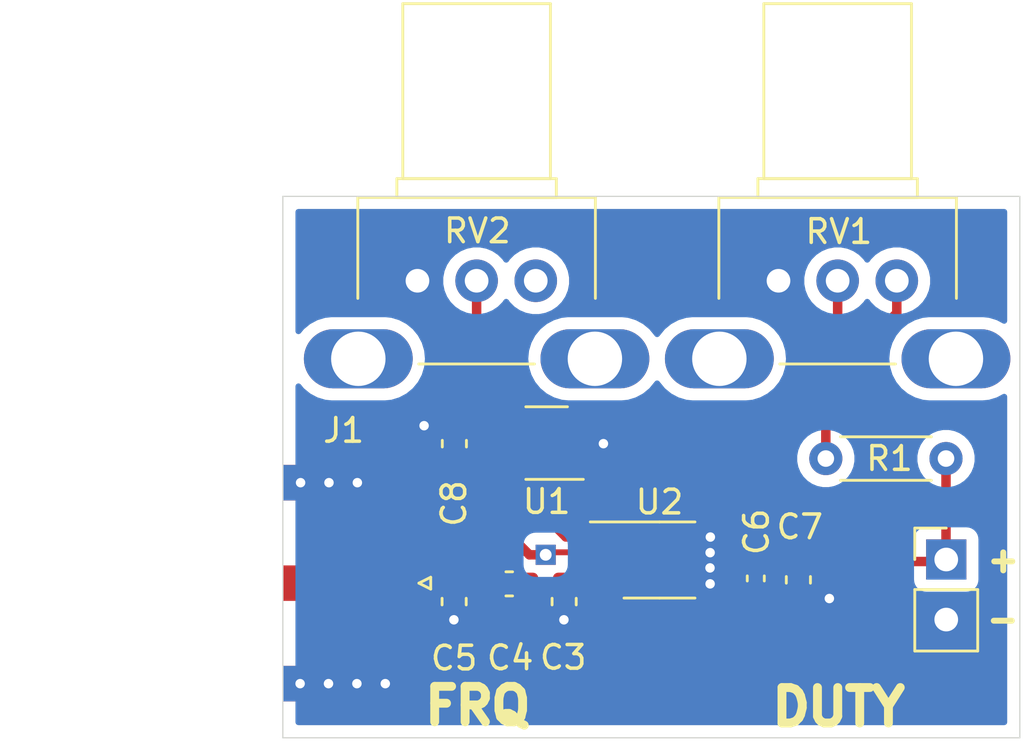
<source format=kicad_pcb>
(kicad_pcb (version 20171130) (host pcbnew 5.1.9-73d0e3b20d~88~ubuntu20.04.1)

  (general
    (thickness 1.6)
    (drawings 8)
    (tracks 81)
    (zones 0)
    (modules 14)
    (nets 9)
  )

  (page A4)
  (layers
    (0 F.Cu signal)
    (31 B.Cu signal)
    (32 B.Adhes user)
    (33 F.Adhes user)
    (34 B.Paste user)
    (35 F.Paste user)
    (36 B.SilkS user)
    (37 F.SilkS user)
    (38 B.Mask user)
    (39 F.Mask user)
    (40 Dwgs.User user)
    (41 Cmts.User user)
    (42 Eco1.User user)
    (43 Eco2.User user)
    (44 Edge.Cuts user)
    (45 Margin user)
    (46 B.CrtYd user)
    (47 F.CrtYd user)
    (48 B.Fab user)
    (49 F.Fab user hide)
  )

  (setup
    (last_trace_width 0.4)
    (user_trace_width 0.4)
    (trace_clearance 0.2)
    (zone_clearance 0.508)
    (zone_45_only no)
    (trace_min 0.2)
    (via_size 0.8)
    (via_drill 0.4)
    (via_min_size 0.4)
    (via_min_drill 0.3)
    (uvia_size 0.3)
    (uvia_drill 0.1)
    (uvias_allowed no)
    (uvia_min_size 0.2)
    (uvia_min_drill 0.1)
    (edge_width 0.05)
    (segment_width 0.2)
    (pcb_text_width 0.3)
    (pcb_text_size 1.5 1.5)
    (mod_edge_width 0.12)
    (mod_text_size 1 1)
    (mod_text_width 0.15)
    (pad_size 1.524 1.524)
    (pad_drill 0.762)
    (pad_to_mask_clearance 0)
    (aux_axis_origin 0 0)
    (visible_elements FFFFFF7F)
    (pcbplotparams
      (layerselection 0x010fc_ffffffff)
      (usegerberextensions false)
      (usegerberattributes false)
      (usegerberadvancedattributes false)
      (creategerberjobfile false)
      (excludeedgelayer true)
      (linewidth 0.100000)
      (plotframeref false)
      (viasonmask false)
      (mode 1)
      (useauxorigin false)
      (hpglpennumber 1)
      (hpglpenspeed 20)
      (hpglpendiameter 15.000000)
      (psnegative false)
      (psa4output false)
      (plotreference true)
      (plotvalue true)
      (plotinvisibletext false)
      (padsonsilk false)
      (subtractmaskfromsilk false)
      (outputformat 1)
      (mirror false)
      (drillshape 0)
      (scaleselection 1)
      (outputdirectory "Gerber/"))
  )

  (net 0 "")
  (net 1 GND)
  (net 2 /RF1)
  (net 3 /RF1_)
  (net 4 VDD)
  (net 5 CTRL)
  (net 6 "Net-(R1-Pad1)")
  (net 7 "Net-(RV1-Pad2)")
  (net 8 "Net-(RV2-Pad2)")

  (net_class Default "This is the default net class."
    (clearance 0.2)
    (trace_width 0.25)
    (via_dia 0.8)
    (via_drill 0.4)
    (uvia_dia 0.3)
    (uvia_drill 0.1)
    (add_net /RF1)
    (add_net /RF1_)
    (add_net CTRL)
    (add_net GND)
    (add_net "Net-(R1-Pad1)")
    (add_net "Net-(RV1-Pad2)")
    (add_net "Net-(RV2-Pad2)")
    (add_net VDD)
  )

  (module Potentiometer_THT:Potentiometer_Alps_RK09K_Single_Horizontal (layer F.Cu) (tedit 61E4861D) (tstamp 61E49E4D)
    (at 100.97 71.94 90)
    (descr "Potentiometer, horizontal, Alps RK09K Single, http://www.alps.com/prod/info/E/HTML/Potentiometer/RotaryPotentiometers/RK09K/RK09K_list.html")
    (tags "Potentiometer horizontal Alps RK09K Single")
    (path /61E610EE)
    (fp_text reference RV1 (at 2.08 -2.45 180) (layer F.SilkS)
      (effects (font (size 1 1) (thickness 0.15)))
    )
    (fp_text value 100K (at 0 6.05 90) (layer F.Fab)
      (effects (font (size 1 1) (thickness 0.15)))
    )
    (fp_line (start 11.85 -10.05) (end -5.85 -10.05) (layer F.CrtYd) (width 0.05))
    (fp_line (start 11.85 5.1) (end 11.85 -10.05) (layer F.CrtYd) (width 0.05))
    (fp_line (start -5.85 5.1) (end 11.85 5.1) (layer F.CrtYd) (width 0.05))
    (fp_line (start -5.85 -10.05) (end -5.85 5.1) (layer F.CrtYd) (width 0.05))
    (fp_line (start 11.72 -5.62) (end 11.72 0.62) (layer F.SilkS) (width 0.12))
    (fp_line (start 4.32 -5.62) (end 4.32 0.62) (layer F.SilkS) (width 0.12))
    (fp_line (start 4.32 0.62) (end 11.72 0.62) (layer F.SilkS) (width 0.12))
    (fp_line (start 4.32 -5.62) (end 11.72 -5.62) (layer F.SilkS) (width 0.12))
    (fp_line (start 4.32 -5.87) (end 4.32 0.87) (layer F.SilkS) (width 0.12))
    (fp_line (start 3.52 -5.87) (end 3.52 0.87) (layer F.SilkS) (width 0.12))
    (fp_line (start 3.52 0.87) (end 4.32 0.87) (layer F.SilkS) (width 0.12))
    (fp_line (start 3.52 -5.87) (end 4.32 -5.87) (layer F.SilkS) (width 0.12))
    (fp_line (start 3.52 -7.521) (end 3.52 2.52) (layer F.SilkS) (width 0.12))
    (fp_line (start -3.52 -4.944) (end -3.52 -0.055) (layer F.SilkS) (width 0.12))
    (fp_line (start -0.745 2.52) (end 3.52 2.52) (layer F.SilkS) (width 0.12))
    (fp_line (start -0.745 -7.521) (end 3.52 -7.521) (layer F.SilkS) (width 0.12))
    (fp_line (start 11.6 -5.5) (end 4.2 -5.5) (layer F.Fab) (width 0.1))
    (fp_line (start 11.6 0.5) (end 11.6 -5.5) (layer F.Fab) (width 0.1))
    (fp_line (start 4.2 0.5) (end 11.6 0.5) (layer F.Fab) (width 0.1))
    (fp_line (start 4.2 -5.5) (end 4.2 0.5) (layer F.Fab) (width 0.1))
    (fp_line (start 4.2 -5.75) (end 3.4 -5.75) (layer F.Fab) (width 0.1))
    (fp_line (start 4.2 0.75) (end 4.2 -5.75) (layer F.Fab) (width 0.1))
    (fp_line (start 3.4 0.75) (end 4.2 0.75) (layer F.Fab) (width 0.1))
    (fp_line (start 3.4 -5.75) (end 3.4 0.75) (layer F.Fab) (width 0.1))
    (fp_line (start 3.4 -7.4) (end -3.4 -7.4) (layer F.Fab) (width 0.1))
    (fp_line (start 3.4 2.4) (end 3.4 -7.4) (layer F.Fab) (width 0.1))
    (fp_line (start -3.4 2.4) (end 3.4 2.4) (layer F.Fab) (width 0.1))
    (fp_line (start -3.4 -7.4) (end -3.4 2.4) (layer F.Fab) (width 0.1))
    (fp_text user %R (at 0 -2.5 90) (layer F.Fab)
      (effects (font (size 1 1) (thickness 0.15)))
    )
    (pad 3 thru_hole circle (at 0 -5 90) (size 1.8 1.8) (drill 1) (layers *.Cu *.Mask)
      (net 1 GND))
    (pad 2 thru_hole circle (at 0 -2.5 90) (size 1.8 1.8) (drill 1) (layers *.Cu *.Mask)
      (net 7 "Net-(RV1-Pad2)"))
    (pad 1 thru_hole circle (at 0 0 90) (size 1.8 1.8) (drill 1) (layers *.Cu *.Mask)
      (net 6 "Net-(R1-Pad1)"))
    (pad "" thru_hole oval (at -3.3 -7.5 90) (size 2.5 4.6) (drill 2.3) (layers *.Cu *.Mask))
    (pad "" thru_hole oval (at -3.3 2.5 90) (size 2.5 4.6) (drill 2.3) (layers *.Cu *.Mask))
    (model ${KISYS3DMOD}/Potentiometer_THT.3dshapes/Potentiometer_Alps_RK09K_Single_Horizontal.wrl
      (at (xyz 0 0 0))
      (scale (xyz 1 1 1))
      (rotate (xyz 0 0 0))
    )
  )

  (module Potentiometer_THT:Potentiometer_Alps_RK09K_Single_Horizontal (layer F.Cu) (tedit 61E48600) (tstamp 61E48A80)
    (at 85.71 71.94 90)
    (descr "Potentiometer, horizontal, Alps RK09K Single, http://www.alps.com/prod/info/E/HTML/Potentiometer/RotaryPotentiometers/RK09K/RK09K_list.html")
    (tags "Potentiometer horizontal Alps RK09K Single")
    (path /61E50F8E)
    (fp_text reference RV2 (at 2.11 -2.47 180) (layer F.SilkS)
      (effects (font (size 1 1) (thickness 0.15)))
    )
    (fp_text value 100K (at 0 6.05 90) (layer F.Fab)
      (effects (font (size 1 1) (thickness 0.15)))
    )
    (fp_text user %R (at 0 -2.5 90) (layer F.Fab)
      (effects (font (size 1 1) (thickness 0.15)))
    )
    (fp_line (start -3.4 -7.4) (end -3.4 2.4) (layer F.Fab) (width 0.1))
    (fp_line (start -3.4 2.4) (end 3.4 2.4) (layer F.Fab) (width 0.1))
    (fp_line (start 3.4 2.4) (end 3.4 -7.4) (layer F.Fab) (width 0.1))
    (fp_line (start 3.4 -7.4) (end -3.4 -7.4) (layer F.Fab) (width 0.1))
    (fp_line (start 3.4 -5.75) (end 3.4 0.75) (layer F.Fab) (width 0.1))
    (fp_line (start 3.4 0.75) (end 4.2 0.75) (layer F.Fab) (width 0.1))
    (fp_line (start 4.2 0.75) (end 4.2 -5.75) (layer F.Fab) (width 0.1))
    (fp_line (start 4.2 -5.75) (end 3.4 -5.75) (layer F.Fab) (width 0.1))
    (fp_line (start 4.2 -5.5) (end 4.2 0.5) (layer F.Fab) (width 0.1))
    (fp_line (start 4.2 0.5) (end 11.6 0.5) (layer F.Fab) (width 0.1))
    (fp_line (start 11.6 0.5) (end 11.6 -5.5) (layer F.Fab) (width 0.1))
    (fp_line (start 11.6 -5.5) (end 4.2 -5.5) (layer F.Fab) (width 0.1))
    (fp_line (start -0.745 -7.521) (end 3.52 -7.521) (layer F.SilkS) (width 0.12))
    (fp_line (start -0.745 2.52) (end 3.52 2.52) (layer F.SilkS) (width 0.12))
    (fp_line (start -3.52 -4.944) (end -3.52 -0.055) (layer F.SilkS) (width 0.12))
    (fp_line (start 3.52 -7.521) (end 3.52 2.52) (layer F.SilkS) (width 0.12))
    (fp_line (start 3.52 -5.87) (end 4.32 -5.87) (layer F.SilkS) (width 0.12))
    (fp_line (start 3.52 0.87) (end 4.32 0.87) (layer F.SilkS) (width 0.12))
    (fp_line (start 3.52 -5.87) (end 3.52 0.87) (layer F.SilkS) (width 0.12))
    (fp_line (start 4.32 -5.87) (end 4.32 0.87) (layer F.SilkS) (width 0.12))
    (fp_line (start 4.32 -5.62) (end 11.72 -5.62) (layer F.SilkS) (width 0.12))
    (fp_line (start 4.32 0.62) (end 11.72 0.62) (layer F.SilkS) (width 0.12))
    (fp_line (start 4.32 -5.62) (end 4.32 0.62) (layer F.SilkS) (width 0.12))
    (fp_line (start 11.72 -5.62) (end 11.72 0.62) (layer F.SilkS) (width 0.12))
    (fp_line (start -5.85 -10.05) (end -5.85 5.1) (layer F.CrtYd) (width 0.05))
    (fp_line (start -5.85 5.1) (end 11.85 5.1) (layer F.CrtYd) (width 0.05))
    (fp_line (start 11.85 5.1) (end 11.85 -10.05) (layer F.CrtYd) (width 0.05))
    (fp_line (start 11.85 -10.05) (end -5.85 -10.05) (layer F.CrtYd) (width 0.05))
    (pad "" thru_hole oval (at -3.3 2.5 90) (size 2.5 4.6) (drill 2.3) (layers *.Cu *.Mask))
    (pad "" thru_hole oval (at -3.3 -7.5 90) (size 2.5 4.6) (drill 2.3) (layers *.Cu *.Mask))
    (pad 1 thru_hole circle (at 0 0 90) (size 1.8 1.8) (drill 1) (layers *.Cu *.Mask))
    (pad 2 thru_hole circle (at 0 -2.5 90) (size 1.8 1.8) (drill 1) (layers *.Cu *.Mask)
      (net 8 "Net-(RV2-Pad2)"))
    (pad 3 thru_hole circle (at 0 -5 90) (size 1.8 1.8) (drill 1) (layers *.Cu *.Mask)
      (net 1 GND))
    (model ${KISYS3DMOD}/Potentiometer_THT.3dshapes/Potentiometer_Alps_RK09K_Single_Horizontal.wrl
      (at (xyz 0 0 0))
      (scale (xyz 1 1 1))
      (rotate (xyz 0 0 0))
    )
  )

  (module Connector_PinHeader_1.00mm:PinHeader_1x01_P1.00mm_Vertical (layer F.Cu) (tedit 6137B865) (tstamp 61381504)
    (at 86.13 83.53)
    (descr "Through hole straight pin header, 1x01, 1.00mm pitch, single row")
    (tags "Through hole pin header THT 1x01 1.00mm single row")
    (path /613846D3)
    (fp_text reference J2 (at 0 -1.56) (layer F.SilkS) hide
      (effects (font (size 1 1) (thickness 0.15)))
    )
    (fp_text value Conn_01x01_Female (at 0 1.56) (layer F.Fab) hide
      (effects (font (size 1 1) (thickness 0.15)))
    )
    (pad 1 thru_hole rect (at 0 0) (size 0.85 0.85) (drill 0.5) (layers *.Cu *.Mask)
      (net 5 CTRL))
    (model ${KISYS3DMOD}/Connector_PinHeader_1.00mm.3dshapes/PinHeader_1x01_P1.00mm_Vertical.wrl
      (at (xyz 0 0 0))
      (scale (xyz 1 1 1))
      (rotate (xyz 0 0 0))
    )
  )

  (module Package_SO:MSOP-8_3x3mm_P0.65mm (layer F.Cu) (tedit 5E509FDD) (tstamp 6136D593)
    (at 90.94 83.75)
    (descr "MSOP, 8 Pin (https://www.jedec.org/system/files/docs/mo-187F.pdf variant AA), generated with kicad-footprint-generator ipc_gullwing_generator.py")
    (tags "MSOP SO")
    (path /611E30C8)
    (attr smd)
    (fp_text reference U2 (at 0 -2.45) (layer F.SilkS)
      (effects (font (size 1 1) (thickness 0.15)))
    )
    (fp_text value ADG902BRMZ (at 0 2.45) (layer F.Fab)
      (effects (font (size 1 1) (thickness 0.15)))
    )
    (fp_line (start 0 1.61) (end 1.5 1.61) (layer F.SilkS) (width 0.12))
    (fp_line (start 0 1.61) (end -1.5 1.61) (layer F.SilkS) (width 0.12))
    (fp_line (start 0 -1.61) (end 1.5 -1.61) (layer F.SilkS) (width 0.12))
    (fp_line (start 0 -1.61) (end -2.925 -1.61) (layer F.SilkS) (width 0.12))
    (fp_line (start -0.75 -1.5) (end 1.5 -1.5) (layer F.Fab) (width 0.1))
    (fp_line (start 1.5 -1.5) (end 1.5 1.5) (layer F.Fab) (width 0.1))
    (fp_line (start 1.5 1.5) (end -1.5 1.5) (layer F.Fab) (width 0.1))
    (fp_line (start -1.5 1.5) (end -1.5 -0.75) (layer F.Fab) (width 0.1))
    (fp_line (start -1.5 -0.75) (end -0.75 -1.5) (layer F.Fab) (width 0.1))
    (fp_line (start -3.18 -1.75) (end -3.18 1.75) (layer F.CrtYd) (width 0.05))
    (fp_line (start -3.18 1.75) (end 3.18 1.75) (layer F.CrtYd) (width 0.05))
    (fp_line (start 3.18 1.75) (end 3.18 -1.75) (layer F.CrtYd) (width 0.05))
    (fp_line (start 3.18 -1.75) (end -3.18 -1.75) (layer F.CrtYd) (width 0.05))
    (fp_text user %R (at 0 0) (layer F.Fab)
      (effects (font (size 0.75 0.75) (thickness 0.11)))
    )
    (pad 1 smd roundrect (at -2.1125 -0.975) (size 1.625 0.4) (layers F.Cu F.Paste F.Mask) (roundrect_rratio 0.25)
      (net 4 VDD))
    (pad 2 smd roundrect (at -2.1125 -0.325) (size 1.625 0.4) (layers F.Cu F.Paste F.Mask) (roundrect_rratio 0.25)
      (net 5 CTRL))
    (pad 3 smd roundrect (at -2.1125 0.325) (size 1.625 0.4) (layers F.Cu F.Paste F.Mask) (roundrect_rratio 0.25)
      (net 1 GND))
    (pad 4 smd roundrect (at -2.1125 0.975) (size 1.625 0.4) (layers F.Cu F.Paste F.Mask) (roundrect_rratio 0.25)
      (net 2 /RF1))
    (pad 5 smd roundrect (at 2.1125 0.975) (size 1.625 0.4) (layers F.Cu F.Paste F.Mask) (roundrect_rratio 0.25)
      (net 1 GND))
    (pad 6 smd roundrect (at 2.1125 0.325) (size 1.625 0.4) (layers F.Cu F.Paste F.Mask) (roundrect_rratio 0.25)
      (net 1 GND))
    (pad 7 smd roundrect (at 2.1125 -0.325) (size 1.625 0.4) (layers F.Cu F.Paste F.Mask) (roundrect_rratio 0.25)
      (net 1 GND))
    (pad 8 smd roundrect (at 2.1125 -0.975) (size 1.625 0.4) (layers F.Cu F.Paste F.Mask) (roundrect_rratio 0.25)
      (net 1 GND))
    (model ${KISYS3DMOD}/Package_SO.3dshapes/MSOP-8_3x3mm_P0.65mm.wrl
      (at (xyz 0 0 0))
      (scale (xyz 1 1 1))
      (rotate (xyz 0 0 0))
    )
  )

  (module Capacitor_SMD:C_0603_1608Metric (layer F.Cu) (tedit 5F68FEEE) (tstamp 6136DA02)
    (at 86.91 85.51 90)
    (descr "Capacitor SMD 0603 (1608 Metric), square (rectangular) end terminal, IPC_7351 nominal, (Body size source: IPC-SM-782 page 76, https://www.pcb-3d.com/wordpress/wp-content/uploads/ipc-sm-782a_amendment_1_and_2.pdf), generated with kicad-footprint-generator")
    (tags capacitor)
    (path /6138C8A1)
    (attr smd)
    (fp_text reference C3 (at -2.36 -0.04 180) (layer F.SilkS)
      (effects (font (size 1 1) (thickness 0.15)))
    )
    (fp_text value C (at -2.35 -0.08 180) (layer F.Fab)
      (effects (font (size 1 1) (thickness 0.15)))
    )
    (fp_line (start 1.48 0.73) (end -1.48 0.73) (layer F.CrtYd) (width 0.05))
    (fp_line (start 1.48 -0.73) (end 1.48 0.73) (layer F.CrtYd) (width 0.05))
    (fp_line (start -1.48 -0.73) (end 1.48 -0.73) (layer F.CrtYd) (width 0.05))
    (fp_line (start -1.48 0.73) (end -1.48 -0.73) (layer F.CrtYd) (width 0.05))
    (fp_line (start -0.14058 0.51) (end 0.14058 0.51) (layer F.SilkS) (width 0.12))
    (fp_line (start -0.14058 -0.51) (end 0.14058 -0.51) (layer F.SilkS) (width 0.12))
    (fp_line (start 0.8 0.4) (end -0.8 0.4) (layer F.Fab) (width 0.1))
    (fp_line (start 0.8 -0.4) (end 0.8 0.4) (layer F.Fab) (width 0.1))
    (fp_line (start -0.8 -0.4) (end 0.8 -0.4) (layer F.Fab) (width 0.1))
    (fp_line (start -0.8 0.4) (end -0.8 -0.4) (layer F.Fab) (width 0.1))
    (fp_text user %R (at 0 0 90) (layer F.Fab)
      (effects (font (size 0.4 0.4) (thickness 0.06)))
    )
    (pad 2 smd roundrect (at 0.775 0 90) (size 0.9 0.95) (layers F.Cu F.Paste F.Mask) (roundrect_rratio 0.25)
      (net 2 /RF1))
    (pad 1 smd roundrect (at -0.775 0 90) (size 0.9 0.95) (layers F.Cu F.Paste F.Mask) (roundrect_rratio 0.25)
      (net 1 GND))
    (model ${KISYS3DMOD}/Capacitor_SMD.3dshapes/C_0603_1608Metric.wrl
      (at (xyz 0 0 0))
      (scale (xyz 1 1 1))
      (rotate (xyz 0 0 0))
    )
  )

  (module Capacitor_SMD:C_0603_1608Metric (layer F.Cu) (tedit 5F68FEEE) (tstamp 6136DCD4)
    (at 84.59 84.76)
    (descr "Capacitor SMD 0603 (1608 Metric), square (rectangular) end terminal, IPC_7351 nominal, (Body size source: IPC-SM-782 page 76, https://www.pcb-3d.com/wordpress/wp-content/uploads/ipc-sm-782a_amendment_1_and_2.pdf), generated with kicad-footprint-generator")
    (tags capacitor)
    (path /6138BA2C)
    (attr smd)
    (fp_text reference C4 (at 0.04 3.13) (layer F.SilkS)
      (effects (font (size 1 1) (thickness 0.15)))
    )
    (fp_text value C (at -0.01 3.15) (layer F.Fab)
      (effects (font (size 1 1) (thickness 0.15)))
    )
    (fp_line (start 1.48 0.73) (end -1.48 0.73) (layer F.CrtYd) (width 0.05))
    (fp_line (start 1.48 -0.73) (end 1.48 0.73) (layer F.CrtYd) (width 0.05))
    (fp_line (start -1.48 -0.73) (end 1.48 -0.73) (layer F.CrtYd) (width 0.05))
    (fp_line (start -1.48 0.73) (end -1.48 -0.73) (layer F.CrtYd) (width 0.05))
    (fp_line (start -0.14058 0.51) (end 0.14058 0.51) (layer F.SilkS) (width 0.12))
    (fp_line (start -0.14058 -0.51) (end 0.14058 -0.51) (layer F.SilkS) (width 0.12))
    (fp_line (start 0.8 0.4) (end -0.8 0.4) (layer F.Fab) (width 0.1))
    (fp_line (start 0.8 -0.4) (end 0.8 0.4) (layer F.Fab) (width 0.1))
    (fp_line (start -0.8 -0.4) (end 0.8 -0.4) (layer F.Fab) (width 0.1))
    (fp_line (start -0.8 0.4) (end -0.8 -0.4) (layer F.Fab) (width 0.1))
    (fp_text user %R (at 0 0) (layer F.Fab)
      (effects (font (size 0.4 0.4) (thickness 0.06)))
    )
    (pad 2 smd roundrect (at 0.775 0) (size 0.9 0.95) (layers F.Cu F.Paste F.Mask) (roundrect_rratio 0.25)
      (net 2 /RF1))
    (pad 1 smd roundrect (at -0.775 0) (size 0.9 0.95) (layers F.Cu F.Paste F.Mask) (roundrect_rratio 0.25)
      (net 3 /RF1_))
    (model ${KISYS3DMOD}/Capacitor_SMD.3dshapes/C_0603_1608Metric.wrl
      (at (xyz 0 0 0))
      (scale (xyz 1 1 1))
      (rotate (xyz 0 0 0))
    )
  )

  (module Capacitor_SMD:C_0603_1608Metric (layer F.Cu) (tedit 5F68FEEE) (tstamp 6136D4AC)
    (at 82.26 85.51 90)
    (descr "Capacitor SMD 0603 (1608 Metric), square (rectangular) end terminal, IPC_7351 nominal, (Body size source: IPC-SM-782 page 76, https://www.pcb-3d.com/wordpress/wp-content/uploads/ipc-sm-782a_amendment_1_and_2.pdf), generated with kicad-footprint-generator")
    (tags capacitor)
    (path /6138C310)
    (attr smd)
    (fp_text reference C5 (at -2.39 0 180) (layer F.SilkS)
      (effects (font (size 1 1) (thickness 0.15)))
    )
    (fp_text value C (at -2.37 0 180) (layer F.Fab)
      (effects (font (size 1 1) (thickness 0.15)))
    )
    (fp_line (start -0.8 0.4) (end -0.8 -0.4) (layer F.Fab) (width 0.1))
    (fp_line (start -0.8 -0.4) (end 0.8 -0.4) (layer F.Fab) (width 0.1))
    (fp_line (start 0.8 -0.4) (end 0.8 0.4) (layer F.Fab) (width 0.1))
    (fp_line (start 0.8 0.4) (end -0.8 0.4) (layer F.Fab) (width 0.1))
    (fp_line (start -0.14058 -0.51) (end 0.14058 -0.51) (layer F.SilkS) (width 0.12))
    (fp_line (start -0.14058 0.51) (end 0.14058 0.51) (layer F.SilkS) (width 0.12))
    (fp_line (start -1.48 0.73) (end -1.48 -0.73) (layer F.CrtYd) (width 0.05))
    (fp_line (start -1.48 -0.73) (end 1.48 -0.73) (layer F.CrtYd) (width 0.05))
    (fp_line (start 1.48 -0.73) (end 1.48 0.73) (layer F.CrtYd) (width 0.05))
    (fp_line (start 1.48 0.73) (end -1.48 0.73) (layer F.CrtYd) (width 0.05))
    (fp_text user %R (at 0 0 90) (layer F.Fab)
      (effects (font (size 0.4 0.4) (thickness 0.06)))
    )
    (pad 1 smd roundrect (at -0.775 0 90) (size 0.9 0.95) (layers F.Cu F.Paste F.Mask) (roundrect_rratio 0.25)
      (net 1 GND))
    (pad 2 smd roundrect (at 0.775 0 90) (size 0.9 0.95) (layers F.Cu F.Paste F.Mask) (roundrect_rratio 0.25)
      (net 3 /RF1_))
    (model ${KISYS3DMOD}/Capacitor_SMD.3dshapes/C_0603_1608Metric.wrl
      (at (xyz 0 0 0))
      (scale (xyz 1 1 1))
      (rotate (xyz 0 0 0))
    )
  )

  (module Connector_Coaxial:SMA_Amphenol_132289_EdgeMount (layer F.Cu) (tedit 5A1C1810) (tstamp 6136D4CF)
    (at 77.56 84.73 180)
    (descr http://www.amphenolrf.com/132289.html)
    (tags SMA)
    (path /61211876)
    (attr smd)
    (fp_text reference J1 (at -0.03 6.46 180) (layer F.SilkS)
      (effects (font (size 1 1) (thickness 0.15)))
    )
    (fp_text value Conn_Coaxial (at 5 6) (layer F.Fab)
      (effects (font (size 1 1) (thickness 0.15)))
    )
    (fp_line (start -3.71 0.25) (end -3.21 0) (layer F.SilkS) (width 0.12))
    (fp_line (start -3.71 -0.25) (end -3.71 0.25) (layer F.SilkS) (width 0.12))
    (fp_line (start -3.21 0) (end -3.71 -0.25) (layer F.SilkS) (width 0.12))
    (fp_line (start 3.54 0) (end 2.54 0.75) (layer F.Fab) (width 0.1))
    (fp_line (start 2.54 -0.75) (end 3.54 0) (layer F.Fab) (width 0.1))
    (fp_line (start 14.47 -5.58) (end -3.04 -5.58) (layer F.CrtYd) (width 0.05))
    (fp_line (start 14.47 -5.58) (end 14.47 5.58) (layer F.CrtYd) (width 0.05))
    (fp_line (start 14.47 5.58) (end -3.04 5.58) (layer F.CrtYd) (width 0.05))
    (fp_line (start -3.04 5.58) (end -3.04 -5.58) (layer F.CrtYd) (width 0.05))
    (fp_line (start 14.47 -5.58) (end -3.04 -5.58) (layer B.CrtYd) (width 0.05))
    (fp_line (start 14.47 -5.58) (end 14.47 5.58) (layer B.CrtYd) (width 0.05))
    (fp_line (start 14.47 5.58) (end -3.04 5.58) (layer B.CrtYd) (width 0.05))
    (fp_line (start -3.04 5.58) (end -3.04 -5.58) (layer B.CrtYd) (width 0.05))
    (fp_line (start 4.445 -3.81) (end 13.97 -3.81) (layer F.Fab) (width 0.1))
    (fp_line (start 13.97 -3.81) (end 13.97 3.81) (layer F.Fab) (width 0.1))
    (fp_line (start 13.97 3.81) (end 4.445 3.81) (layer F.Fab) (width 0.1))
    (fp_line (start 4.445 5.08) (end 4.445 3.81) (layer F.Fab) (width 0.1))
    (fp_line (start 4.445 -3.81) (end 4.445 -5.08) (layer F.Fab) (width 0.1))
    (fp_line (start -1.91 -5.08) (end 4.445 -5.08) (layer F.Fab) (width 0.1))
    (fp_line (start -1.91 -5.08) (end -1.91 -3.81) (layer F.Fab) (width 0.1))
    (fp_line (start -1.91 -3.81) (end 2.54 -3.81) (layer F.Fab) (width 0.1))
    (fp_line (start 2.54 -3.81) (end 2.54 3.81) (layer F.Fab) (width 0.1))
    (fp_line (start 2.54 3.81) (end -1.91 3.81) (layer F.Fab) (width 0.1))
    (fp_line (start -1.91 3.81) (end -1.91 5.08) (layer F.Fab) (width 0.1))
    (fp_line (start -1.91 5.08) (end 4.445 5.08) (layer F.Fab) (width 0.1))
    (fp_text user %R (at 4.79 0 270) (layer F.Fab)
      (effects (font (size 1 1) (thickness 0.15)))
    )
    (pad 2 smd rect (at 0 4.25 270) (size 1.5 5.08) (layers B.Cu B.Paste B.Mask)
      (net 1 GND))
    (pad 2 smd rect (at 0 -4.25 270) (size 1.5 5.08) (layers B.Cu B.Paste B.Mask)
      (net 1 GND))
    (pad 2 smd rect (at 0 4.25 270) (size 1.5 5.08) (layers F.Cu F.Paste F.Mask)
      (net 1 GND))
    (pad 2 smd rect (at 0 -4.25 270) (size 1.5 5.08) (layers F.Cu F.Paste F.Mask)
      (net 1 GND))
    (pad 1 smd rect (at 0 0 270) (size 1.5 5.08) (layers F.Cu F.Paste F.Mask)
      (net 3 /RF1_))
    (model ${KISYS3DMOD}/Connector_Coaxial.3dshapes/MMCX_Molex_73415-0961_Horizontal.step
      (offset (xyz 4.5 0 0))
      (scale (xyz 2.2 2.2 2.2))
      (rotate (xyz 180 180 0))
    )
  )

  (module Connector_PinHeader_2.54mm:PinHeader_1x02_P2.54mm_Vertical (layer F.Cu) (tedit 59FED5CC) (tstamp 6136D4E5)
    (at 103.06 83.73)
    (descr "Through hole straight pin header, 1x02, 2.54mm pitch, single row")
    (tags "Through hole pin header THT 1x02 2.54mm single row")
    (path /61383AF4)
    (fp_text reference P1 (at 0 -2.33) (layer F.SilkS) hide
      (effects (font (size 1 1) (thickness 0.15)))
    )
    (fp_text value "INPUT POWER" (at 0 4.87) (layer F.Fab)
      (effects (font (size 1 1) (thickness 0.15)))
    )
    (fp_line (start -0.635 -1.27) (end 1.27 -1.27) (layer F.Fab) (width 0.1))
    (fp_line (start 1.27 -1.27) (end 1.27 3.81) (layer F.Fab) (width 0.1))
    (fp_line (start 1.27 3.81) (end -1.27 3.81) (layer F.Fab) (width 0.1))
    (fp_line (start -1.27 3.81) (end -1.27 -0.635) (layer F.Fab) (width 0.1))
    (fp_line (start -1.27 -0.635) (end -0.635 -1.27) (layer F.Fab) (width 0.1))
    (fp_line (start -1.33 3.87) (end 1.33 3.87) (layer F.SilkS) (width 0.12))
    (fp_line (start -1.33 1.27) (end -1.33 3.87) (layer F.SilkS) (width 0.12))
    (fp_line (start 1.33 1.27) (end 1.33 3.87) (layer F.SilkS) (width 0.12))
    (fp_line (start -1.33 1.27) (end 1.33 1.27) (layer F.SilkS) (width 0.12))
    (fp_line (start -1.33 0) (end -1.33 -1.33) (layer F.SilkS) (width 0.12))
    (fp_line (start -1.33 -1.33) (end 0 -1.33) (layer F.SilkS) (width 0.12))
    (fp_line (start -1.8 -1.8) (end -1.8 4.35) (layer F.CrtYd) (width 0.05))
    (fp_line (start -1.8 4.35) (end 1.8 4.35) (layer F.CrtYd) (width 0.05))
    (fp_line (start 1.8 4.35) (end 1.8 -1.8) (layer F.CrtYd) (width 0.05))
    (fp_line (start 1.8 -1.8) (end -1.8 -1.8) (layer F.CrtYd) (width 0.05))
    (fp_text user %R (at 0 1.27 90) (layer F.Fab)
      (effects (font (size 1 1) (thickness 0.15)))
    )
    (pad 1 thru_hole rect (at 0 0) (size 1.7 1.7) (drill 1) (layers *.Cu *.Mask)
      (net 4 VDD))
    (pad 2 thru_hole oval (at 0 2.54) (size 1.7 1.7) (drill 1) (layers *.Cu *.Mask)
      (net 1 GND))
    (model ${KISYS3DMOD}/Connector_PinHeader_2.54mm.3dshapes/PinHeader_1x02_P2.54mm_Vertical.wrl
      (at (xyz 0 0 0))
      (scale (xyz 1 1 1))
      (rotate (xyz 0 0 0))
    )
  )

  (module Capacitor_SMD:C_0402_1005Metric (layer F.Cu) (tedit 5F68FEEE) (tstamp 6136E10B)
    (at 95.01 84.53 270)
    (descr "Capacitor SMD 0402 (1005 Metric), square (rectangular) end terminal, IPC_7351 nominal, (Body size source: IPC-SM-782 page 76, https://www.pcb-3d.com/wordpress/wp-content/uploads/ipc-sm-782a_amendment_1_and_2.pdf), generated with kicad-footprint-generator")
    (tags capacitor)
    (path /613BD7E3)
    (attr smd)
    (fp_text reference C6 (at -1.97 -0.03 90) (layer F.SilkS)
      (effects (font (size 1 1) (thickness 0.15)))
    )
    (fp_text value 0.1uF (at -3.06 0 90) (layer F.Fab)
      (effects (font (size 1 1) (thickness 0.15)))
    )
    (fp_line (start -0.5 0.25) (end -0.5 -0.25) (layer F.Fab) (width 0.1))
    (fp_line (start -0.5 -0.25) (end 0.5 -0.25) (layer F.Fab) (width 0.1))
    (fp_line (start 0.5 -0.25) (end 0.5 0.25) (layer F.Fab) (width 0.1))
    (fp_line (start 0.5 0.25) (end -0.5 0.25) (layer F.Fab) (width 0.1))
    (fp_line (start -0.107836 -0.36) (end 0.107836 -0.36) (layer F.SilkS) (width 0.12))
    (fp_line (start -0.107836 0.36) (end 0.107836 0.36) (layer F.SilkS) (width 0.12))
    (fp_line (start -0.91 0.46) (end -0.91 -0.46) (layer F.CrtYd) (width 0.05))
    (fp_line (start -0.91 -0.46) (end 0.91 -0.46) (layer F.CrtYd) (width 0.05))
    (fp_line (start 0.91 -0.46) (end 0.91 0.46) (layer F.CrtYd) (width 0.05))
    (fp_line (start 0.91 0.46) (end -0.91 0.46) (layer F.CrtYd) (width 0.05))
    (fp_text user %R (at 0 0 90) (layer F.Fab)
      (effects (font (size 0.25 0.25) (thickness 0.04)))
    )
    (pad 1 smd roundrect (at -0.48 0 270) (size 0.56 0.62) (layers F.Cu F.Paste F.Mask) (roundrect_rratio 0.25)
      (net 4 VDD))
    (pad 2 smd roundrect (at 0.48 0 270) (size 0.56 0.62) (layers F.Cu F.Paste F.Mask) (roundrect_rratio 0.25)
      (net 1 GND))
    (model ${KISYS3DMOD}/Capacitor_SMD.3dshapes/C_0402_1005Metric.wrl
      (at (xyz 0 0 0))
      (scale (xyz 1 1 1))
      (rotate (xyz 0 0 0))
    )
  )

  (module Capacitor_SMD:C_0603_1608Metric (layer F.Cu) (tedit 5F68FEEE) (tstamp 6136E11C)
    (at 96.81 84.59 270)
    (descr "Capacitor SMD 0603 (1608 Metric), square (rectangular) end terminal, IPC_7351 nominal, (Body size source: IPC-SM-782 page 76, https://www.pcb-3d.com/wordpress/wp-content/uploads/ipc-sm-782a_amendment_1_and_2.pdf), generated with kicad-footprint-generator")
    (tags capacitor)
    (path /613B9703)
    (attr smd)
    (fp_text reference C7 (at -2.24 -0.06 180) (layer F.SilkS)
      (effects (font (size 1 1) (thickness 0.15)))
    )
    (fp_text value 1uF (at -2.9 -0.04 90) (layer F.Fab)
      (effects (font (size 1 1) (thickness 0.15)))
    )
    (fp_line (start -0.8 0.4) (end -0.8 -0.4) (layer F.Fab) (width 0.1))
    (fp_line (start -0.8 -0.4) (end 0.8 -0.4) (layer F.Fab) (width 0.1))
    (fp_line (start 0.8 -0.4) (end 0.8 0.4) (layer F.Fab) (width 0.1))
    (fp_line (start 0.8 0.4) (end -0.8 0.4) (layer F.Fab) (width 0.1))
    (fp_line (start -0.14058 -0.51) (end 0.14058 -0.51) (layer F.SilkS) (width 0.12))
    (fp_line (start -0.14058 0.51) (end 0.14058 0.51) (layer F.SilkS) (width 0.12))
    (fp_line (start -1.48 0.73) (end -1.48 -0.73) (layer F.CrtYd) (width 0.05))
    (fp_line (start -1.48 -0.73) (end 1.48 -0.73) (layer F.CrtYd) (width 0.05))
    (fp_line (start 1.48 -0.73) (end 1.48 0.73) (layer F.CrtYd) (width 0.05))
    (fp_line (start 1.48 0.73) (end -1.48 0.73) (layer F.CrtYd) (width 0.05))
    (fp_text user %R (at 0 0 90) (layer F.Fab)
      (effects (font (size 0.4 0.4) (thickness 0.06)))
    )
    (pad 1 smd roundrect (at -0.775 0 270) (size 0.9 0.95) (layers F.Cu F.Paste F.Mask) (roundrect_rratio 0.25)
      (net 4 VDD))
    (pad 2 smd roundrect (at 0.775 0 270) (size 0.9 0.95) (layers F.Cu F.Paste F.Mask) (roundrect_rratio 0.25)
      (net 1 GND))
    (model ${KISYS3DMOD}/Capacitor_SMD.3dshapes/C_0603_1608Metric.wrl
      (at (xyz 0 0 0))
      (scale (xyz 1 1 1))
      (rotate (xyz 0 0 0))
    )
  )

  (module Capacitor_SMD:C_0603_1608Metric (layer F.Cu) (tedit 5F68FEEE) (tstamp 61E489EE)
    (at 82.27 78.83 270)
    (descr "Capacitor SMD 0603 (1608 Metric), square (rectangular) end terminal, IPC_7351 nominal, (Body size source: IPC-SM-782 page 76, https://www.pcb-3d.com/wordpress/wp-content/uploads/ipc-sm-782a_amendment_1_and_2.pdf), generated with kicad-footprint-generator")
    (tags capacitor)
    (path /61E60008)
    (attr smd)
    (fp_text reference C8 (at 2.53 0.02 90) (layer F.SilkS)
      (effects (font (size 1 1) (thickness 0.15)))
    )
    (fp_text value 0.1u (at 0 1.43 90) (layer F.Fab)
      (effects (font (size 1 1) (thickness 0.15)))
    )
    (fp_line (start 1.48 0.73) (end -1.48 0.73) (layer F.CrtYd) (width 0.05))
    (fp_line (start 1.48 -0.73) (end 1.48 0.73) (layer F.CrtYd) (width 0.05))
    (fp_line (start -1.48 -0.73) (end 1.48 -0.73) (layer F.CrtYd) (width 0.05))
    (fp_line (start -1.48 0.73) (end -1.48 -0.73) (layer F.CrtYd) (width 0.05))
    (fp_line (start -0.14058 0.51) (end 0.14058 0.51) (layer F.SilkS) (width 0.12))
    (fp_line (start -0.14058 -0.51) (end 0.14058 -0.51) (layer F.SilkS) (width 0.12))
    (fp_line (start 0.8 0.4) (end -0.8 0.4) (layer F.Fab) (width 0.1))
    (fp_line (start 0.8 -0.4) (end 0.8 0.4) (layer F.Fab) (width 0.1))
    (fp_line (start -0.8 -0.4) (end 0.8 -0.4) (layer F.Fab) (width 0.1))
    (fp_line (start -0.8 0.4) (end -0.8 -0.4) (layer F.Fab) (width 0.1))
    (fp_text user %R (at 0 0 90) (layer F.Fab)
      (effects (font (size 0.4 0.4) (thickness 0.06)))
    )
    (pad 1 smd roundrect (at -0.775 0 270) (size 0.9 0.95) (layers F.Cu F.Paste F.Mask) (roundrect_rratio 0.25)
      (net 1 GND))
    (pad 2 smd roundrect (at 0.775 0 270) (size 0.9 0.95) (layers F.Cu F.Paste F.Mask) (roundrect_rratio 0.25)
      (net 4 VDD))
    (model ${KISYS3DMOD}/Capacitor_SMD.3dshapes/C_0603_1608Metric.wrl
      (at (xyz 0 0 0))
      (scale (xyz 1 1 1))
      (rotate (xyz 0 0 0))
    )
  )

  (module Resistor_THT:R_Axial_DIN0204_L3.6mm_D1.6mm_P5.08mm_Horizontal (layer F.Cu) (tedit 5AE5139B) (tstamp 61E48A01)
    (at 97.97 79.46)
    (descr "Resistor, Axial_DIN0204 series, Axial, Horizontal, pin pitch=5.08mm, 0.167W, length*diameter=3.6*1.6mm^2, http://cdn-reichelt.de/documents/datenblatt/B400/1_4W%23YAG.pdf")
    (tags "Resistor Axial_DIN0204 series Axial Horizontal pin pitch 5.08mm 0.167W length 3.6mm diameter 1.6mm")
    (path /61E67FF5)
    (fp_text reference R1 (at 2.69 0) (layer F.SilkS)
      (effects (font (size 1 1) (thickness 0.15)))
    )
    (fp_text value 130K (at 2.54 1.92) (layer F.Fab)
      (effects (font (size 1 1) (thickness 0.15)))
    )
    (fp_line (start 6.03 -1.05) (end -0.95 -1.05) (layer F.CrtYd) (width 0.05))
    (fp_line (start 6.03 1.05) (end 6.03 -1.05) (layer F.CrtYd) (width 0.05))
    (fp_line (start -0.95 1.05) (end 6.03 1.05) (layer F.CrtYd) (width 0.05))
    (fp_line (start -0.95 -1.05) (end -0.95 1.05) (layer F.CrtYd) (width 0.05))
    (fp_line (start 0.62 0.92) (end 4.46 0.92) (layer F.SilkS) (width 0.12))
    (fp_line (start 0.62 -0.92) (end 4.46 -0.92) (layer F.SilkS) (width 0.12))
    (fp_line (start 5.08 0) (end 4.34 0) (layer F.Fab) (width 0.1))
    (fp_line (start 0 0) (end 0.74 0) (layer F.Fab) (width 0.1))
    (fp_line (start 4.34 -0.8) (end 0.74 -0.8) (layer F.Fab) (width 0.1))
    (fp_line (start 4.34 0.8) (end 4.34 -0.8) (layer F.Fab) (width 0.1))
    (fp_line (start 0.74 0.8) (end 4.34 0.8) (layer F.Fab) (width 0.1))
    (fp_line (start 0.74 -0.8) (end 0.74 0.8) (layer F.Fab) (width 0.1))
    (fp_text user %R (at 2.54 0) (layer F.Fab)
      (effects (font (size 0.72 0.72) (thickness 0.108)))
    )
    (pad 1 thru_hole circle (at 0 0) (size 1.4 1.4) (drill 0.7) (layers *.Cu *.Mask)
      (net 6 "Net-(R1-Pad1)"))
    (pad 2 thru_hole oval (at 5.08 0) (size 1.4 1.4) (drill 0.7) (layers *.Cu *.Mask)
      (net 4 VDD))
    (model ${KISYS3DMOD}/Resistor_THT.3dshapes/R_Axial_DIN0204_L3.6mm_D1.6mm_P5.08mm_Horizontal.wrl
      (at (xyz 0 0 0))
      (scale (xyz 1 1 1))
      (rotate (xyz 0 0 0))
    )
  )

  (module Package_TO_SOT_SMD:TSOT-23-6 (layer F.Cu) (tedit 5A02FF57) (tstamp 61E48A96)
    (at 86.17 78.83 180)
    (descr "6-pin TSOT23 package, http://cds.linear.com/docs/en/packaging/SOT_6_05-08-1636.pdf")
    (tags "TSOT-23-6 MK06A TSOT-6")
    (path /61E4C2AF)
    (attr smd)
    (fp_text reference U1 (at 0 -2.45) (layer F.SilkS)
      (effects (font (size 1 1) (thickness 0.15)))
    )
    (fp_text value LTC6993xS6-1 (at 0 2.5) (layer F.Fab)
      (effects (font (size 1 1) (thickness 0.15)))
    )
    (fp_line (start 2.17 1.7) (end -2.17 1.7) (layer F.CrtYd) (width 0.05))
    (fp_line (start 2.17 1.7) (end 2.17 -1.7) (layer F.CrtYd) (width 0.05))
    (fp_line (start -2.17 -1.7) (end -2.17 1.7) (layer F.CrtYd) (width 0.05))
    (fp_line (start -2.17 -1.7) (end 2.17 -1.7) (layer F.CrtYd) (width 0.05))
    (fp_line (start 0.88 -1.45) (end 0.88 1.45) (layer F.Fab) (width 0.1))
    (fp_line (start 0.88 1.45) (end -0.88 1.45) (layer F.Fab) (width 0.1))
    (fp_line (start -0.88 -1) (end -0.88 1.45) (layer F.Fab) (width 0.1))
    (fp_line (start 0.88 -1.45) (end -0.43 -1.45) (layer F.Fab) (width 0.1))
    (fp_line (start -0.88 -1) (end -0.43 -1.45) (layer F.Fab) (width 0.1))
    (fp_line (start 0.88 -1.51) (end -1.55 -1.51) (layer F.SilkS) (width 0.12))
    (fp_line (start -0.88 1.56) (end 0.88 1.56) (layer F.SilkS) (width 0.12))
    (fp_text user %R (at 0 0 90) (layer F.Fab)
      (effects (font (size 0.5 0.5) (thickness 0.075)))
    )
    (pad 1 smd rect (at -1.31 -0.95 180) (size 1.22 0.65) (layers F.Cu F.Paste F.Mask)
      (net 7 "Net-(RV1-Pad2)"))
    (pad 2 smd rect (at -1.31 0 180) (size 1.22 0.65) (layers F.Cu F.Paste F.Mask)
      (net 1 GND))
    (pad 3 smd rect (at -1.31 0.95 180) (size 1.22 0.65) (layers F.Cu F.Paste F.Mask)
      (net 8 "Net-(RV2-Pad2)"))
    (pad 4 smd rect (at 1.31 0.95 180) (size 1.22 0.65) (layers F.Cu F.Paste F.Mask)
      (net 1 GND))
    (pad 5 smd rect (at 1.31 0 180) (size 1.22 0.65) (layers F.Cu F.Paste F.Mask)
      (net 4 VDD))
    (pad 6 smd rect (at 1.31 -0.95 180) (size 1.22 0.65) (layers F.Cu F.Paste F.Mask)
      (net 5 CTRL))
    (model ${KISYS3DMOD}/Package_TO_SOT_SMD.3dshapes/TSOT-23-6.wrl
      (at (xyz 0 0 0))
      (scale (xyz 1 1 1))
      (rotate (xyz 0 0 0))
    )
  )

  (gr_text DUTY (at 98.51 89.97) (layer F.SilkS) (tstamp 61E4A71C)
    (effects (font (size 1.5 1.5) (thickness 0.375)))
  )
  (gr_text FRQ (at 83.26 89.92) (layer F.SilkS)
    (effects (font (size 1.5 1.5) (thickness 0.375)))
  )
  (gr_text - (at 105.45 86.25) (layer F.SilkS) (tstamp 6136EB9E)
    (effects (font (size 1 1) (thickness 0.25)))
  )
  (gr_text + (at 105.47 83.74) (layer F.SilkS)
    (effects (font (size 1 1) (thickness 0.25)))
  )
  (gr_line (start 75.02 68.37) (end 75.02 91.27) (layer Edge.Cuts) (width 0.05) (tstamp 6136E401))
  (gr_line (start 106.17 68.37) (end 75.02 68.37) (layer Edge.Cuts) (width 0.05))
  (gr_line (start 106.17 91.27) (end 106.17 68.37) (layer Edge.Cuts) (width 0.05))
  (gr_line (start 75.02 91.27) (end 106.17 91.27) (layer Edge.Cuts) (width 0.05))

  (via (at 75.75 88.98) (size 0.8) (drill 0.4) (layers F.Cu B.Cu) (net 1) (status 30))
  (segment (start 88.8275 84.075) (end 91.585 84.075) (width 0.25) (layer F.Cu) (net 1) (status 10))
  (via (at 93.08 83.44) (size 0.8) (drill 0.4) (layers F.Cu B.Cu) (net 1) (status 30))
  (via (at 93.09 82.78) (size 0.8) (drill 0.4) (layers F.Cu B.Cu) (net 1) (status 30))
  (via (at 93.08 84.76) (size 0.8) (drill 0.4) (layers F.Cu B.Cu) (net 1) (status 30))
  (via (at 82.25 86.28) (size 0.8) (drill 0.4) (layers F.Cu B.Cu) (net 1) (status 30))
  (segment (start 82.255 86.285) (end 82.25 86.28) (width 0.25) (layer F.Cu) (net 1) (status 30))
  (segment (start 82.26 86.285) (end 82.255 86.285) (width 0.25) (layer F.Cu) (net 1) (status 30))
  (via (at 86.9 86.28) (size 0.8) (drill 0.4) (layers F.Cu B.Cu) (net 1) (status 30))
  (segment (start 86.905 86.285) (end 86.9 86.28) (width 0.25) (layer F.Cu) (net 1) (status 30))
  (segment (start 86.91 86.285) (end 86.905 86.285) (width 0.25) (layer F.Cu) (net 1) (status 30))
  (via (at 76.95 88.98) (size 0.8) (drill 0.4) (layers F.Cu B.Cu) (net 1) (tstamp 6136E89D) (status 30))
  (via (at 78.15 88.98) (size 0.8) (drill 0.4) (layers F.Cu B.Cu) (net 1) (tstamp 6136E89F) (status 30))
  (via (at 79.35 88.98) (size 0.8) (drill 0.4) (layers F.Cu B.Cu) (net 1) (tstamp 6136E8A1) (status 30))
  (via (at 76.97 80.48) (size 0.8) (drill 0.4) (layers F.Cu B.Cu) (net 1) (tstamp 6136E932) (status 30))
  (via (at 75.77 80.48) (size 0.8) (drill 0.4) (layers F.Cu B.Cu) (net 1) (tstamp 6136E933) (status 30))
  (via (at 78.17 80.48) (size 0.8) (drill 0.4) (layers F.Cu B.Cu) (net 1) (tstamp 6136E935) (status 30))
  (segment (start 93.0525 84.725) (end 94.015 84.725) (width 0.25) (layer F.Cu) (net 1) (status 10))
  (segment (start 94.3 85.01) (end 95.01 85.01) (width 0.25) (layer F.Cu) (net 1) (status 20))
  (segment (start 94.015 84.725) (end 94.3 85.01) (width 0.25) (layer F.Cu) (net 1))
  (segment (start 95.01 85.01) (end 95.5 85.01) (width 0.25) (layer F.Cu) (net 1) (status 10))
  (segment (start 95.5 85.01) (end 95.855 85.365) (width 0.25) (layer F.Cu) (net 1))
  (segment (start 91.585 84.075) (end 93.0525 84.075) (width 0.25) (layer F.Cu) (net 1) (tstamp 6136EA58) (status 20))
  (via (at 93.075 84.085) (size 0.8) (drill 0.4) (layers F.Cu B.Cu) (net 1) (status 30))
  (segment (start 95.855 85.365) (end 96.81 85.365) (width 0.25) (layer F.Cu) (net 1))
  (via (at 98.12 85.38) (size 0.8) (drill 0.4) (layers F.Cu B.Cu) (net 1))
  (segment (start 98.105 85.365) (end 98.12 85.38) (width 0.25) (layer F.Cu) (net 1))
  (segment (start 96.81 85.365) (end 98.105 85.365) (width 0.25) (layer F.Cu) (net 1))
  (segment (start 82.27 78.055) (end 83.385 78.055) (width 0.4) (layer F.Cu) (net 1))
  (segment (start 83.56 77.88) (end 84.86 77.88) (width 0.4) (layer F.Cu) (net 1))
  (segment (start 83.385 78.055) (end 83.56 77.88) (width 0.4) (layer F.Cu) (net 1))
  (via (at 80.99 78.07) (size 0.8) (drill 0.4) (layers F.Cu B.Cu) (net 1))
  (segment (start 81.005 78.055) (end 80.99 78.07) (width 0.4) (layer F.Cu) (net 1))
  (segment (start 82.27 78.055) (end 81.005 78.055) (width 0.4) (layer F.Cu) (net 1))
  (segment (start 88.57 78.83) (end 87.48 78.83) (width 0.4) (layer F.Cu) (net 1))
  (via (at 88.57 78.83) (size 0.8) (drill 0.4) (layers F.Cu B.Cu) (net 1))
  (segment (start 86.885 84.76) (end 86.91 84.735) (width 0.4) (layer F.Cu) (net 2) (status 30))
  (segment (start 85.365 84.76) (end 86.885 84.76) (width 0.4) (layer F.Cu) (net 2) (status 30))
  (segment (start 88.8175 84.735) (end 88.8275 84.725) (width 0.4) (layer F.Cu) (net 2) (status 30))
  (segment (start 86.91 84.735) (end 88.8175 84.735) (width 0.4) (layer F.Cu) (net 2) (status 30))
  (segment (start 82.255 84.73) (end 82.26 84.735) (width 0.4) (layer F.Cu) (net 3) (status 30))
  (segment (start 77.56 84.73) (end 82.255 84.73) (width 0.4) (layer F.Cu) (net 3) (status 30))
  (segment (start 83.79 84.735) (end 83.815 84.76) (width 0.4) (layer F.Cu) (net 3) (status 30))
  (segment (start 82.26 84.735) (end 83.79 84.735) (width 0.4) (layer F.Cu) (net 3) (status 30))
  (segment (start 95.01 84.05) (end 95.73 84.05) (width 0.25) (layer F.Cu) (net 4) (status 10))
  (segment (start 95.965 83.815) (end 96.81 83.815) (width 0.25) (layer F.Cu) (net 4) (status 20))
  (segment (start 95.73 84.05) (end 95.965 83.815) (width 0.25) (layer F.Cu) (net 4))
  (segment (start 102.775 84.015) (end 103.06 83.73) (width 0.4) (layer F.Cu) (net 4))
  (segment (start 84.86 78.83) (end 83.85 78.83) (width 0.4) (layer F.Cu) (net 4))
  (segment (start 83.075 79.605) (end 82.27 79.605) (width 0.4) (layer F.Cu) (net 4))
  (segment (start 83.85 78.83) (end 83.075 79.605) (width 0.4) (layer F.Cu) (net 4))
  (segment (start 88.8275 82.775) (end 89.935 82.775) (width 0.4) (layer F.Cu) (net 4))
  (segment (start 89.935 82.775) (end 91.44 81.27) (width 0.4) (layer F.Cu) (net 4))
  (segment (start 96.81 82.1) (end 96.81 83.815) (width 0.4) (layer F.Cu) (net 4))
  (segment (start 95.98 81.27) (end 96.81 82.1) (width 0.4) (layer F.Cu) (net 4))
  (segment (start 95.83 81.27) (end 95.98 81.27) (width 0.4) (layer F.Cu) (net 4))
  (segment (start 91.44 81.27) (end 95.83 81.27) (width 0.4) (layer F.Cu) (net 4))
  (segment (start 84.86 78.83) (end 85.87 78.83) (width 0.4) (layer F.Cu) (net 4))
  (segment (start 85.87 78.83) (end 86.16 79.12) (width 0.4) (layer F.Cu) (net 4))
  (segment (start 86.16 79.12) (end 86.16 81.95) (width 0.4) (layer F.Cu) (net 4))
  (segment (start 86.985 82.775) (end 88.8275 82.775) (width 0.4) (layer F.Cu) (net 4))
  (segment (start 86.16 81.95) (end 86.985 82.775) (width 0.4) (layer F.Cu) (net 4))
  (segment (start 102.975 83.815) (end 103.06 83.73) (width 0.4) (layer F.Cu) (net 4))
  (segment (start 96.81 83.815) (end 102.975 83.815) (width 0.4) (layer F.Cu) (net 4))
  (segment (start 103.05 83.72) (end 103.06 83.73) (width 0.4) (layer F.Cu) (net 4))
  (segment (start 103.05 79.46) (end 103.05 83.72) (width 0.4) (layer F.Cu) (net 4))
  (segment (start 84.86 79.78) (end 84.86 82.95) (width 0.4) (layer F.Cu) (net 5))
  (segment (start 85.44 83.53) (end 86.13 83.53) (width 0.4) (layer F.Cu) (net 5))
  (segment (start 84.86 82.95) (end 85.44 83.53) (width 0.4) (layer F.Cu) (net 5))
  (segment (start 86.235 83.425) (end 86.13 83.53) (width 0.25) (layer F.Cu) (net 5))
  (segment (start 88.8275 83.425) (end 86.235 83.425) (width 0.25) (layer F.Cu) (net 5))
  (segment (start 100.97 72.11) (end 100.97 71.94) (width 0.4) (layer F.Cu) (net 6))
  (segment (start 100.97 73.31) (end 100.97 71.94) (width 0.4) (layer F.Cu) (net 6))
  (segment (start 97.97 76.31) (end 100.97 73.31) (width 0.4) (layer F.Cu) (net 6))
  (segment (start 97.97 79.46) (end 97.97 76.31) (width 0.4) (layer F.Cu) (net 6))
  (segment (start 98.47 74.53) (end 98.47 71.94) (width 0.4) (layer F.Cu) (net 7))
  (segment (start 93.22 79.78) (end 98.47 74.53) (width 0.4) (layer F.Cu) (net 7))
  (segment (start 87.48 79.78) (end 93.22 79.78) (width 0.4) (layer F.Cu) (net 7))
  (segment (start 83.21 74.52) (end 83.21 71.94) (width 0.4) (layer F.Cu) (net 8))
  (segment (start 86.57 77.88) (end 83.21 74.52) (width 0.4) (layer F.Cu) (net 8))
  (segment (start 87.48 77.88) (end 86.57 77.88) (width 0.4) (layer F.Cu) (net 8))

  (zone (net 1) (net_name GND) (layer B.Cu) (tstamp 0) (hatch edge 0.508)
    (connect_pads yes (clearance 0.508))
    (min_thickness 0.254)
    (fill yes (arc_segments 32) (thermal_gap 0.508) (thermal_bridge_width 0.508))
    (polygon
      (pts
        (xy 106.17 91.287165) (xy 75.03 91.26) (xy 75.02 68.37) (xy 106.18 68.37)
      )
    )
    (filled_polygon
      (pts
        (xy 105.510001 73.631788) (xy 105.244848 73.490061) (xy 104.889524 73.382275) (xy 104.612597 73.355) (xy 102.327403 73.355)
        (xy 102.050476 73.382275) (xy 101.695152 73.490061) (xy 101.367683 73.665097) (xy 101.080655 73.900655) (xy 100.845097 74.187683)
        (xy 100.670061 74.515152) (xy 100.562275 74.870476) (xy 100.52588 75.24) (xy 100.562275 75.609524) (xy 100.670061 75.964848)
        (xy 100.845097 76.292317) (xy 101.080655 76.579345) (xy 101.367683 76.814903) (xy 101.695152 76.989939) (xy 102.050476 77.097725)
        (xy 102.327403 77.125) (xy 104.612597 77.125) (xy 104.889524 77.097725) (xy 105.244848 76.989939) (xy 105.510001 76.848212)
        (xy 105.51 90.61) (xy 75.68 90.61) (xy 75.68 83.105) (xy 85.066928 83.105) (xy 85.066928 83.955)
        (xy 85.079188 84.079482) (xy 85.115498 84.19918) (xy 85.174463 84.309494) (xy 85.253815 84.406185) (xy 85.350506 84.485537)
        (xy 85.46082 84.544502) (xy 85.580518 84.580812) (xy 85.705 84.593072) (xy 86.555 84.593072) (xy 86.679482 84.580812)
        (xy 86.79918 84.544502) (xy 86.909494 84.485537) (xy 87.006185 84.406185) (xy 87.085537 84.309494) (xy 87.144502 84.19918)
        (xy 87.180812 84.079482) (xy 87.193072 83.955) (xy 87.193072 83.105) (xy 87.180812 82.980518) (xy 87.150321 82.88)
        (xy 101.571928 82.88) (xy 101.571928 84.58) (xy 101.584188 84.704482) (xy 101.620498 84.82418) (xy 101.679463 84.934494)
        (xy 101.758815 85.031185) (xy 101.855506 85.110537) (xy 101.96582 85.169502) (xy 102.085518 85.205812) (xy 102.21 85.218072)
        (xy 103.91 85.218072) (xy 104.034482 85.205812) (xy 104.15418 85.169502) (xy 104.264494 85.110537) (xy 104.361185 85.031185)
        (xy 104.440537 84.934494) (xy 104.499502 84.82418) (xy 104.535812 84.704482) (xy 104.548072 84.58) (xy 104.548072 82.88)
        (xy 104.535812 82.755518) (xy 104.499502 82.63582) (xy 104.440537 82.525506) (xy 104.361185 82.428815) (xy 104.264494 82.349463)
        (xy 104.15418 82.290498) (xy 104.034482 82.254188) (xy 103.91 82.241928) (xy 102.21 82.241928) (xy 102.085518 82.254188)
        (xy 101.96582 82.290498) (xy 101.855506 82.349463) (xy 101.758815 82.428815) (xy 101.679463 82.525506) (xy 101.620498 82.63582)
        (xy 101.584188 82.755518) (xy 101.571928 82.88) (xy 87.150321 82.88) (xy 87.144502 82.86082) (xy 87.085537 82.750506)
        (xy 87.006185 82.653815) (xy 86.909494 82.574463) (xy 86.79918 82.515498) (xy 86.679482 82.479188) (xy 86.555 82.466928)
        (xy 85.705 82.466928) (xy 85.580518 82.479188) (xy 85.46082 82.515498) (xy 85.350506 82.574463) (xy 85.253815 82.653815)
        (xy 85.174463 82.750506) (xy 85.115498 82.86082) (xy 85.079188 82.980518) (xy 85.066928 83.105) (xy 75.68 83.105)
        (xy 75.68 79.328514) (xy 96.635 79.328514) (xy 96.635 79.591486) (xy 96.686304 79.849405) (xy 96.786939 80.092359)
        (xy 96.933038 80.311013) (xy 97.118987 80.496962) (xy 97.337641 80.643061) (xy 97.580595 80.743696) (xy 97.838514 80.795)
        (xy 98.101486 80.795) (xy 98.359405 80.743696) (xy 98.602359 80.643061) (xy 98.821013 80.496962) (xy 99.006962 80.311013)
        (xy 99.153061 80.092359) (xy 99.253696 79.849405) (xy 99.305 79.591486) (xy 99.305 79.328514) (xy 101.715 79.328514)
        (xy 101.715 79.591486) (xy 101.766304 79.849405) (xy 101.866939 80.092359) (xy 102.013038 80.311013) (xy 102.198987 80.496962)
        (xy 102.417641 80.643061) (xy 102.660595 80.743696) (xy 102.918514 80.795) (xy 103.181486 80.795) (xy 103.439405 80.743696)
        (xy 103.682359 80.643061) (xy 103.901013 80.496962) (xy 104.086962 80.311013) (xy 104.233061 80.092359) (xy 104.333696 79.849405)
        (xy 104.385 79.591486) (xy 104.385 79.328514) (xy 104.333696 79.070595) (xy 104.233061 78.827641) (xy 104.086962 78.608987)
        (xy 103.901013 78.423038) (xy 103.682359 78.276939) (xy 103.439405 78.176304) (xy 103.181486 78.125) (xy 102.918514 78.125)
        (xy 102.660595 78.176304) (xy 102.417641 78.276939) (xy 102.198987 78.423038) (xy 102.013038 78.608987) (xy 101.866939 78.827641)
        (xy 101.766304 79.070595) (xy 101.715 79.328514) (xy 99.305 79.328514) (xy 99.253696 79.070595) (xy 99.153061 78.827641)
        (xy 99.006962 78.608987) (xy 98.821013 78.423038) (xy 98.602359 78.276939) (xy 98.359405 78.176304) (xy 98.101486 78.125)
        (xy 97.838514 78.125) (xy 97.580595 78.176304) (xy 97.337641 78.276939) (xy 97.118987 78.423038) (xy 96.933038 78.608987)
        (xy 96.786939 78.827641) (xy 96.686304 79.070595) (xy 96.635 79.328514) (xy 75.68 79.328514) (xy 75.68 76.407957)
        (xy 75.820655 76.579345) (xy 76.107683 76.814903) (xy 76.435152 76.989939) (xy 76.790476 77.097725) (xy 77.067403 77.125)
        (xy 79.352597 77.125) (xy 79.629524 77.097725) (xy 79.984848 76.989939) (xy 80.312317 76.814903) (xy 80.599345 76.579345)
        (xy 80.834903 76.292317) (xy 81.009939 75.964848) (xy 81.117725 75.609524) (xy 81.15412 75.24) (xy 85.26588 75.24)
        (xy 85.302275 75.609524) (xy 85.410061 75.964848) (xy 85.585097 76.292317) (xy 85.820655 76.579345) (xy 86.107683 76.814903)
        (xy 86.435152 76.989939) (xy 86.790476 77.097725) (xy 87.067403 77.125) (xy 89.352597 77.125) (xy 89.629524 77.097725)
        (xy 89.984848 76.989939) (xy 90.312317 76.814903) (xy 90.599345 76.579345) (xy 90.834903 76.292317) (xy 90.84 76.282781)
        (xy 90.845097 76.292317) (xy 91.080655 76.579345) (xy 91.367683 76.814903) (xy 91.695152 76.989939) (xy 92.050476 77.097725)
        (xy 92.327403 77.125) (xy 94.612597 77.125) (xy 94.889524 77.097725) (xy 95.244848 76.989939) (xy 95.572317 76.814903)
        (xy 95.859345 76.579345) (xy 96.094903 76.292317) (xy 96.269939 75.964848) (xy 96.377725 75.609524) (xy 96.41412 75.24)
        (xy 96.377725 74.870476) (xy 96.269939 74.515152) (xy 96.094903 74.187683) (xy 95.859345 73.900655) (xy 95.572317 73.665097)
        (xy 95.244848 73.490061) (xy 94.889524 73.382275) (xy 94.612597 73.355) (xy 92.327403 73.355) (xy 92.050476 73.382275)
        (xy 91.695152 73.490061) (xy 91.367683 73.665097) (xy 91.080655 73.900655) (xy 90.845097 74.187683) (xy 90.84 74.197219)
        (xy 90.834903 74.187683) (xy 90.599345 73.900655) (xy 90.312317 73.665097) (xy 89.984848 73.490061) (xy 89.629524 73.382275)
        (xy 89.352597 73.355) (xy 87.067403 73.355) (xy 86.790476 73.382275) (xy 86.435152 73.490061) (xy 86.107683 73.665097)
        (xy 85.820655 73.900655) (xy 85.585097 74.187683) (xy 85.410061 74.515152) (xy 85.302275 74.870476) (xy 85.26588 75.24)
        (xy 81.15412 75.24) (xy 81.117725 74.870476) (xy 81.009939 74.515152) (xy 80.834903 74.187683) (xy 80.599345 73.900655)
        (xy 80.312317 73.665097) (xy 79.984848 73.490061) (xy 79.629524 73.382275) (xy 79.352597 73.355) (xy 77.067403 73.355)
        (xy 76.790476 73.382275) (xy 76.435152 73.490061) (xy 76.107683 73.665097) (xy 75.820655 73.900655) (xy 75.68 74.072043)
        (xy 75.68 71.788816) (xy 81.675 71.788816) (xy 81.675 72.091184) (xy 81.733989 72.387743) (xy 81.849701 72.667095)
        (xy 82.017688 72.918505) (xy 82.231495 73.132312) (xy 82.482905 73.300299) (xy 82.762257 73.416011) (xy 83.058816 73.475)
        (xy 83.361184 73.475) (xy 83.657743 73.416011) (xy 83.937095 73.300299) (xy 84.188505 73.132312) (xy 84.402312 72.918505)
        (xy 84.46 72.832169) (xy 84.517688 72.918505) (xy 84.731495 73.132312) (xy 84.982905 73.300299) (xy 85.262257 73.416011)
        (xy 85.558816 73.475) (xy 85.861184 73.475) (xy 86.157743 73.416011) (xy 86.437095 73.300299) (xy 86.688505 73.132312)
        (xy 86.902312 72.918505) (xy 87.070299 72.667095) (xy 87.186011 72.387743) (xy 87.245 72.091184) (xy 87.245 71.788816)
        (xy 96.935 71.788816) (xy 96.935 72.091184) (xy 96.993989 72.387743) (xy 97.109701 72.667095) (xy 97.277688 72.918505)
        (xy 97.491495 73.132312) (xy 97.742905 73.300299) (xy 98.022257 73.416011) (xy 98.318816 73.475) (xy 98.621184 73.475)
        (xy 98.917743 73.416011) (xy 99.197095 73.300299) (xy 99.448505 73.132312) (xy 99.662312 72.918505) (xy 99.72 72.832169)
        (xy 99.777688 72.918505) (xy 99.991495 73.132312) (xy 100.242905 73.300299) (xy 100.522257 73.416011) (xy 100.818816 73.475)
        (xy 101.121184 73.475) (xy 101.417743 73.416011) (xy 101.697095 73.300299) (xy 101.948505 73.132312) (xy 102.162312 72.918505)
        (xy 102.330299 72.667095) (xy 102.446011 72.387743) (xy 102.505 72.091184) (xy 102.505 71.788816) (xy 102.446011 71.492257)
        (xy 102.330299 71.212905) (xy 102.162312 70.961495) (xy 101.948505 70.747688) (xy 101.697095 70.579701) (xy 101.417743 70.463989)
        (xy 101.121184 70.405) (xy 100.818816 70.405) (xy 100.522257 70.463989) (xy 100.242905 70.579701) (xy 99.991495 70.747688)
        (xy 99.777688 70.961495) (xy 99.72 71.047831) (xy 99.662312 70.961495) (xy 99.448505 70.747688) (xy 99.197095 70.579701)
        (xy 98.917743 70.463989) (xy 98.621184 70.405) (xy 98.318816 70.405) (xy 98.022257 70.463989) (xy 97.742905 70.579701)
        (xy 97.491495 70.747688) (xy 97.277688 70.961495) (xy 97.109701 71.212905) (xy 96.993989 71.492257) (xy 96.935 71.788816)
        (xy 87.245 71.788816) (xy 87.186011 71.492257) (xy 87.070299 71.212905) (xy 86.902312 70.961495) (xy 86.688505 70.747688)
        (xy 86.437095 70.579701) (xy 86.157743 70.463989) (xy 85.861184 70.405) (xy 85.558816 70.405) (xy 85.262257 70.463989)
        (xy 84.982905 70.579701) (xy 84.731495 70.747688) (xy 84.517688 70.961495) (xy 84.46 71.047831) (xy 84.402312 70.961495)
        (xy 84.188505 70.747688) (xy 83.937095 70.579701) (xy 83.657743 70.463989) (xy 83.361184 70.405) (xy 83.058816 70.405)
        (xy 82.762257 70.463989) (xy 82.482905 70.579701) (xy 82.231495 70.747688) (xy 82.017688 70.961495) (xy 81.849701 71.212905)
        (xy 81.733989 71.492257) (xy 81.675 71.788816) (xy 75.68 71.788816) (xy 75.68 69.03) (xy 105.510001 69.03)
      )
    )
  )
)

</source>
